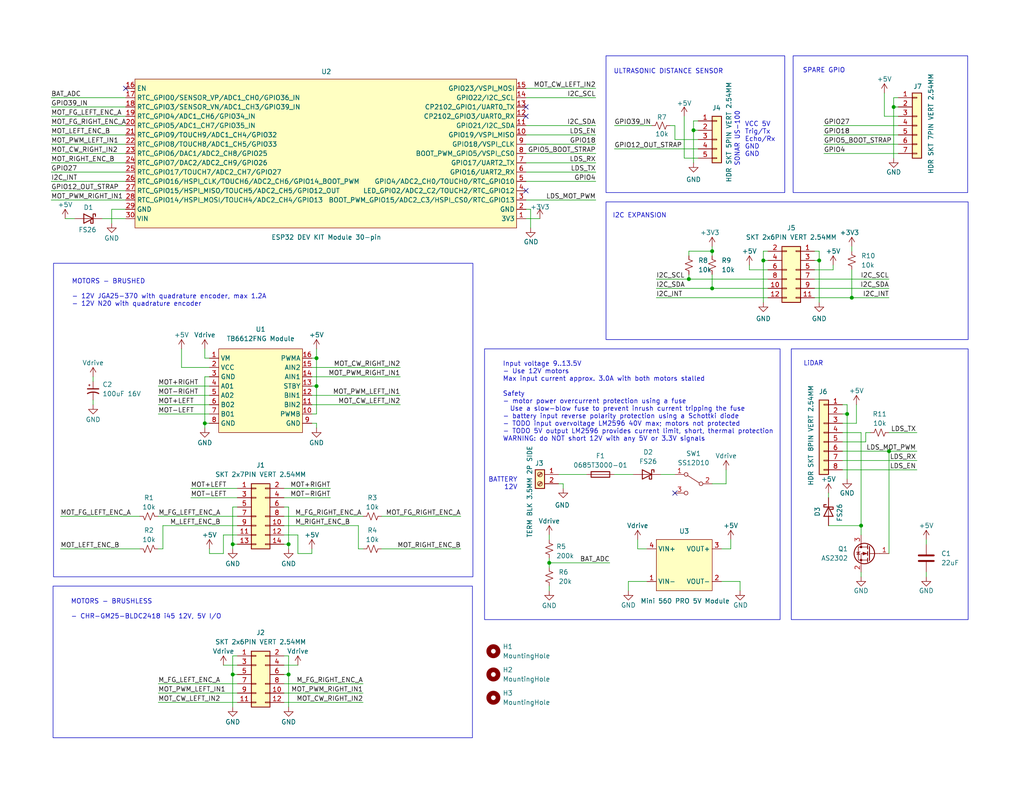
<source format=kicad_sch>
(kicad_sch (version 20230121) (generator eeschema)
  (paper "USLetter")
  (title_block (title "ESP32 Combined") (date "2024-03-29") (rev "0.1.0") (company "makerspet.com"))
  (lib_symbols
    (symbol "Device:C" (pin_numbers hide) (pin_names (offset 0.254))
      (property "Reference" "C" (at 0.635 2.54 0))
      (property "Value" "C" (at 0.635 -2.54 0))
      (symbol "C_1_1"
        (pin passive line (at 0 3.81 270) (length 2.794) (name "~") (number "1"))
        (pin passive line (at 0 -3.81 90) (length 2.794) (name "~") (number "2"))
      )
    )
    (symbol "Device:C_Polarized_Small_US" (pin_numbers hide) (pin_names (offset 0.254) hide)
      (property "Reference" "C" (at 0.254 1.778 0))
      (property "Value" "C_Polarized_Small_US" (at 0.254 -2.032 0))
      (symbol "C_Polarized_Small_US_1_1"
        (pin passive line (at 0 2.54 270) (length 2.032) (name "~") (number "1"))
        (pin passive line (at 0 -2.54 90) (length 2.032) (name "~") (number "2"))
      )
    )
    (symbol "Device:D_Schottky" (pin_numbers hide) (pin_names (offset 1.016) hide)
      (property "Reference" "D" (at 0 2.54 0))
      (property "Value" "D_Schottky" (at 0 -2.54 0))
      (symbol "D_Schottky_1_1"
        (pin passive line (at -3.81 0 0) (length 2.54) (name "K") (number "1"))
        (pin passive line (at 3.81 0 180) (length 2.54) (name "A") (number "2"))
      )
    )
    (symbol "Device:Fuse" (pin_numbers hide) (pin_names (offset 0))
      (property "Reference" "F" (at 2.032 0 90))
      (property "Value" "Fuse" (at -1.905 0 90))
      (symbol "Fuse_1_1"
        (pin passive line (at 0 3.81 270) (length 1.27) (name "~") (number "1"))
        (pin passive line (at 0 -3.81 90) (length 1.27) (name "~") (number "2"))
      )
    )
    (symbol "Device:R_Small_US" (pin_numbers hide) (pin_names (offset 0.254) hide)
      (property "Reference" "R" (at 0.762 0.508 0))
      (property "Value" "R_Small_US" (at 0.762 -1.016 0))
      (symbol "R_Small_US_1_1"
        (pin passive line (at 0 2.54 270) (length 1.016) (name "~") (number "1"))
        (pin passive line (at 0 -2.54 90) (length 1.016) (name "~") (number "2"))
      )
    )
    (symbol "Makerspet:Conn_01x05_Key2" (pin_names (offset 1.016) hide)
      (property "Reference" "J" (at 0 7.62 0))
      (property "Value" "Conn_01x05_Key2" (at 0 -7.62 0))
      (symbol "Conn_01x05_Key2_1_1"
        (pin passive line (at -5.08 5.08 0) (length 3.81) (name "Pin_1") (number "1"))
        (pin passive line (at -5.08 2.54 0) (length 3.81) (name "Pin_2") (number "2"))
        (pin passive line (at -5.08 0 0) (length 3.81) (name "Pin_3") (number "3"))
        (pin passive line (at -5.08 -2.54 0) (length 3.81) (name "Pin_4") (number "4"))
        (pin passive line (at -5.08 -5.08 0) (length 3.81) (name "Pin_5") (number "5"))
      )
    )
    (symbol "Makerspet:Conn_01x07_Key2" (pin_names (offset 1.016) hide)
      (property "Reference" "J" (at 0 10.16 0))
      (property "Value" "Conn_01x07_Key2" (at 0 -10.16 0))
      (symbol "Conn_01x07_Key2_1_1"
        (pin passive line (at -5.08 7.62 0) (length 3.81) (name "Pin_1") (number "1"))
        (pin passive line (at -5.08 5.08 0) (length 3.81) (name "Pin_2") (number "2"))
        (pin passive line (at -5.08 2.54 0) (length 3.81) (name "Pin_3") (number "3"))
        (pin passive line (at -5.08 0 0) (length 3.81) (name "Pin_4") (number "4"))
        (pin passive line (at -5.08 -2.54 0) (length 3.81) (name "Pin_5") (number "5"))
        (pin passive line (at -5.08 -5.08 0) (length 3.81) (name "Pin_6") (number "6"))
        (pin passive line (at -5.08 -7.62 0) (length 3.81) (name "Pin_7") (number "7"))
      )
    )
    (symbol "Makerspet:Conn_01x08_Key2" (pin_names (offset 1.016) hide)
      (property "Reference" "J" (at 0 10.16 0))
      (property "Value" "Conn_01x08_Key2" (at 0 -12.7 0))
      (symbol "Conn_01x08_Key2_1_1"
        (pin passive line (at -5.08 7.62 0) (length 3.81) (name "Pin_1") (number "1"))
        (pin passive line (at -5.08 5.08 0) (length 3.81) (name "Pin_2") (number "2"))
        (pin passive line (at -5.08 2.54 0) (length 3.81) (name "Pin_3") (number "3"))
        (pin passive line (at -5.08 0 0) (length 3.81) (name "Pin_4") (number "4"))
        (pin passive line (at -5.08 -2.54 0) (length 3.81) (name "Pin_5") (number "5"))
        (pin passive line (at -5.08 -5.08 0) (length 3.81) (name "Pin_6") (number "6"))
        (pin passive line (at -5.08 -7.62 0) (length 3.81) (name "Pin_7") (number "7"))
        (pin passive line (at -5.08 -10.16 0) (length 3.81) (name "Pin_8") (number "8"))
      )
    )
    (symbol "Makerspet:Conn_02x06_Odd_Even_Key2" (pin_names (offset 1.016) hide)
      (property "Reference" "J" (at 1.27 7.62 0))
      (property "Value" "Conn_02x06_Odd_Even_Key2" (at 1.27 -10.16 0))
      (symbol "Conn_02x06_Odd_Even_Key2_1_1"
        (pin passive line (at -5.08 5.08 0) (length 3.81) (name "Pin_1") (number "1"))
        (pin passive line (at 7.62 -5.08 180) (length 3.81) (name "Pin_10") (number "10"))
        (pin passive line (at -5.08 -7.62 0) (length 3.81) (name "Pin_11") (number "11"))
        (pin passive line (at 7.62 -7.62 180) (length 3.81) (name "Pin_12") (number "12"))
        (pin passive line (at 7.62 5.08 180) (length 3.81) (name "Pin_2") (number "2"))
        (pin passive line (at -5.08 2.54 0) (length 3.81) (name "Pin_3") (number "3"))
        (pin passive line (at 7.62 2.54 180) (length 3.81) (name "Pin_4") (number "4"))
        (pin passive line (at -5.08 0 0) (length 3.81) (name "Pin_5") (number "5"))
        (pin passive line (at 7.62 0 180) (length 3.81) (name "Pin_6") (number "6"))
        (pin passive line (at -5.08 -2.54 0) (length 3.81) (name "Pin_7") (number "7"))
        (pin passive line (at 7.62 -2.54 180) (length 3.81) (name "Pin_8") (number "8"))
        (pin passive line (at -5.08 -5.08 0) (length 3.81) (name "Pin_9") (number "9"))
      )
    )
    (symbol "Makerspet:Conn_02x06_Odd_Even_Key3" (pin_names (offset 1.016) hide)
      (property "Reference" "J" (at 1.27 7.62 0))
      (property "Value" "Conn_02x06_Odd_Even_Key3" (at 1.27 -10.16 0))
      (symbol "Conn_02x06_Odd_Even_Key3_1_1"
        (pin passive line (at -5.08 5.08 0) (length 3.81) (name "Pin_1") (number "1"))
        (pin passive line (at 7.62 -5.08 180) (length 3.81) (name "Pin_10") (number "10"))
        (pin passive line (at -5.08 -7.62 0) (length 3.81) (name "Pin_11") (number "11"))
        (pin passive line (at 7.62 -7.62 180) (length 3.81) (name "Pin_12") (number "12"))
        (pin passive line (at 7.62 5.08 180) (length 3.81) (name "Pin_2") (number "2"))
        (pin passive line (at -5.08 2.54 0) (length 3.81) (name "Pin_3") (number "3"))
        (pin passive line (at 7.62 2.54 180) (length 3.81) (name "Pin_4") (number "4"))
        (pin passive line (at -5.08 0 0) (length 3.81) (name "Pin_5") (number "5"))
        (pin passive line (at 7.62 0 180) (length 3.81) (name "Pin_6") (number "6"))
        (pin passive line (at -5.08 -2.54 0) (length 3.81) (name "Pin_7") (number "7"))
        (pin passive line (at 7.62 -2.54 180) (length 3.81) (name "Pin_8") (number "8"))
        (pin passive line (at -5.08 -5.08 0) (length 3.81) (name "Pin_9") (number "9"))
      )
    )
    (symbol "Makerspet:Conn_02x07_Odd_Even_Key3" (pin_names (offset 1.016) hide)
      (property "Reference" "J" (at 1.27 10.16 0))
      (property "Value" "Conn_02x07_Odd_Even_Key3" (at 1.27 -10.16 0))
      (symbol "Conn_02x07_Odd_Even_Key3_1_1"
        (pin passive line (at -5.08 7.62 0) (length 3.81) (name "Pin_1") (number "1"))
        (pin passive line (at 7.62 -2.54 180) (length 3.81) (name "Pin_10") (number "10"))
        (pin passive line (at -5.08 -5.08 0) (length 3.81) (name "Pin_11") (number "11"))
        (pin passive line (at 7.62 -5.08 180) (length 3.81) (name "Pin_12") (number "12"))
        (pin passive line (at -5.08 -7.62 0) (length 3.81) (name "Pin_13") (number "13"))
        (pin passive line (at 7.62 -7.62 180) (length 3.81) (name "Pin_14") (number "14"))
        (pin passive line (at 7.62 7.62 180) (length 3.81) (name "Pin_2") (number "2"))
        (pin passive line (at -5.08 5.08 0) (length 3.81) (name "Pin_3") (number "3"))
        (pin passive line (at 7.62 5.08 180) (length 3.81) (name "Pin_4") (number "4"))
        (pin passive line (at -5.08 2.54 0) (length 3.81) (name "Pin_5") (number "5"))
        (pin passive line (at 7.62 2.54 180) (length 3.81) (name "Pin_6") (number "6"))
        (pin passive line (at -5.08 0 0) (length 3.81) (name "Pin_7") (number "7"))
        (pin passive line (at 7.62 0 180) (length 3.81) (name "Pin_8") (number "8"))
        (pin passive line (at -5.08 -2.54 0) (length 3.81) (name "Pin_9") (number "9"))
      )
    )
    (symbol "Makerspet:ESP32-DOIT-V1"
      (property "Reference" "U1" (at -1.27 21.59 0))
      (property "Value" "ESP32 DEV KIT DOIT 30-pin" (at -1.27 24.13 0))
      (symbol "ESP32-DOIT-V1_1_1"
        (pin power_out line (at 53.34 -17.78 180) (length 2.54) (name "3V3") (number "1"))
        (pin bidirectional line (at 53.34 5.08 180) (length 2.54) (name "GPIO19/VSPI_MISO") (number "10"))
        (pin bidirectional line (at 53.34 7.62 180) (length 2.54) (name "GPIO21/I2C_SDA") (number "11"))
        (pin bidirectional line (at 53.34 10.16 180) (length 2.54) (name "CP2102_GPIO3/UART0_RX") (number "12"))
        (pin bidirectional line (at 53.34 12.7 180) (length 2.54) (name "CP2102_GPIO1/UART0_TX") (number "13"))
        (pin bidirectional line (at 53.34 15.24 180) (length 2.54) (name "GPIO22/I2C_SCL") (number "14"))
        (pin bidirectional line (at 53.34 17.78 180) (length 2.54) (name "GPIO23/VSPI_MOSI") (number "15"))
        (pin bidirectional line (at -55.88 17.78 0) (length 2.54) (name "EN") (number "16"))
        (pin bidirectional line (at -55.88 15.24 0) (length 2.54) (name "RTC_GPIO0/SENSOR_VP/ADC1_CH0/GPIO36_IN") (number "17"))
        (pin bidirectional line (at -55.88 12.7 0) (length 2.54) (name "RTC_GPIO3/SENSOR_VN/ADC1_CH3/GPIO39_IN") (number "18"))
        (pin bidirectional line (at -55.88 10.16 0) (length 2.54) (name "RTC_GPIO4/ADC1_CH6/GPIO34_IN") (number "19"))
        (pin passive line (at 53.34 -15.24 180) (length 2.54) (name "GND") (number "2"))
        (pin bidirectional line (at -55.88 7.62 0) (length 2.54) (name "RTC_GPIO5/ADC1_CH7/GPIO35_IN") (number "20"))
        (pin bidirectional line (at -55.88 5.08 0) (length 2.54) (name "RTC_GPIO9/TOUCH9/ADC1_CH4/GPIO32") (number "21"))
        (pin bidirectional line (at -55.88 2.54 0) (length 2.54) (name "RTC_GPIO8/TOUCH8/ADC1_CH5/GPIO33") (number "22"))
        (pin bidirectional line (at -55.88 0 0) (length 2.54) (name "RTC_GPIO6/DAC1/ADC2_CH8/GPIO25") (number "23"))
        (pin bidirectional line (at -55.88 -2.54 0) (length 2.54) (name "RTC_GPIO7/DAC2/ADC2_CH9/GPIO26") (number "24"))
        (pin bidirectional line (at -55.88 -5.08 0) (length 2.54) (name "RTC_GPIO17/TOUCH7/ADC2_CH7/GPIO27") (number "25"))
        (pin bidirectional line (at -55.88 -7.62 0) (length 2.54) (name "RTC_GPIO16/HSPI_CLK/TOUCH6/ADC2_CH6/GPIO14_BOOT_PWM") (number "26"))
        (pin bidirectional line (at -55.88 -10.16 0) (length 2.54) (name "RTC_GPIO15/HSPI_MISO/TOUCH5/ADC2_CH5/GPIO12_OUT") (number "27"))
        (pin bidirectional line (at -55.88 -12.7 0) (length 2.54) (name "RTC_GPIO14/HSPI_MOSI/TOUCH4/ADC2_CH4/GPIO13") (number "28"))
        (pin passive line (at -55.88 -15.24 0) (length 2.54) (name "GND") (number "29"))
        (pin bidirectional line (at 53.34 -12.7 180) (length 2.54) (name "BOOT_PWM_GPIO15/ADC2_C3/HSPI_CS0/RTC_GPIO13") (number "3"))
        (pin power_in line (at -55.88 -17.78 0) (length 2.54) (name "VIN") (number "30"))
        (pin bidirectional line (at 53.34 -10.16 180) (length 2.54) (name "LED_GPIO2/ADC2_C2/TOUCH2/RTC_GPIO12") (number "4"))
        (pin bidirectional line (at 53.34 -7.62 180) (length 2.54) (name "GPIO4/ADC2_CH0/TOUCH0/RTC_GPIO10") (number "5"))
        (pin bidirectional line (at 53.34 -5.08 180) (length 2.54) (name "GPIO16/UART2_RX") (number "6"))
        (pin bidirectional line (at 53.34 -2.54 180) (length 2.54) (name "GPIO17/UART2_TX") (number "7"))
        (pin bidirectional line (at 53.34 0 180) (length 2.54) (name "BOOT_PWM_GPIO5/VSPI_CS0") (number "8"))
        (pin bidirectional line (at 53.34 2.54 180) (length 2.54) (name "GPIO18/VSPI_CLK") (number "9"))
      )
    )
    (symbol "Makerspet:LM2596 Module"
      (property "Reference" "U" (at 0 -1.27 0))
      (symbol "LM2596 Module_1_1"
        (pin passive line (at -10.16 -13.97 0) (length 2.54) (name "VIN-") (number "1"))
        (pin passive line (at 10.16 -13.97 180) (length 2.54) (name "VOUT-") (number "2"))
        (pin power_out line (at 10.16 -5.08 180) (length 2.54) (name "VOUT+") (number "3"))
        (pin power_in line (at -10.16 -5.08 0) (length 2.54) (name "VIN+") (number "4"))
      )
    )
    (symbol "Makerspet:Screw_Terminal_01x02" (pin_names (offset 1.016) hide)
      (property "Reference" "J" (at 0 2.54 0))
      (property "Value" "Screw_Terminal_01x02" (at 0 -5.08 0))
      (symbol "Screw_Terminal_01x02_1_1"
        (pin power_out line (at -5.08 0 0) (length 3.81) (name "Pin_1") (number "1"))
        (pin power_out line (at -5.08 -2.54 0) (length 3.81) (name "Pin_2") (number "2"))
      )
    )
    (symbol "Makerspet:TB6612FNG Module"
      (property "Reference" "U?" (at -1.27 13.97 0))
      (property "Value" "TB6612FNG Module" (at -1.27 16.51 0))
      (symbol "TB6612FNG Module_1_1"
        (pin power_in line (at -13.97 8.89 0) (length 2.54) (name "VM") (number "1"))
        (pin input line (at 13.97 -6.35 180) (length 2.54) (name "PWMB") (number "10"))
        (pin input line (at 13.97 -3.81 180) (length 2.54) (name "BIN2") (number "11"))
        (pin input line (at 13.97 -1.27 180) (length 2.54) (name "BIN1") (number "12"))
        (pin input line (at 13.97 1.27 180) (length 2.54) (name "STBY") (number "13"))
        (pin input line (at 13.97 3.81 180) (length 2.54) (name "AIN1") (number "14"))
        (pin input line (at 13.97 6.35 180) (length 2.54) (name "AIN2") (number "15"))
        (pin input line (at 13.97 8.89 180) (length 2.54) (name "PWMA") (number "16"))
        (pin power_in line (at -13.97 6.35 0) (length 2.54) (name "VCC") (number "2"))
        (pin passive line (at -13.97 3.81 0) (length 2.54) (name "GND") (number "3"))
        (pin passive line (at -13.97 1.27 0) (length 2.54) (name "A01") (number "4"))
        (pin passive line (at -13.97 -1.27 0) (length 2.54) (name "A02") (number "5"))
        (pin bidirectional line (at -13.97 -3.81 0) (length 2.54) (name "B02") (number "6"))
        (pin passive line (at -13.97 -6.35 0) (length 2.54) (name "B01") (number "7"))
        (pin passive line (at -13.97 -8.89 0) (length 2.54) (name "GND") (number "8"))
        (pin passive line (at 13.97 -8.89 180) (length 2.54) (name "GND") (number "9"))
      )
    )
    (symbol "Mechanical:MountingHole" (pin_names (offset 1.016))
      (property "Reference" "H" (at 0 5.08 0))
      (property "Value" "MountingHole" (at 0 3.175 0))
    )
    (symbol "Switch:SW_SPDT" (pin_names (offset 0) hide)
      (property "Reference" "SW" (at 0 4.318 0))
      (property "Value" "SW_SPDT" (at 0 -5.08 0))
      (symbol "SW_SPDT_1_1"
        (pin passive line (at 5.08 2.54 180) (length 2.54) (name "A") (number "1"))
        (pin passive line (at -5.08 0 0) (length 2.54) (name "B") (number "2"))
        (pin passive line (at 5.08 -2.54 180) (length 2.54) (name "C") (number "3"))
      )
    )
    (symbol "Transistor_FET:BSS123" (pin_names hide)
      (property "Reference" "Q" (at 5.08 1.905 0))
      (property "Value" "BSS123" (at 5.08 0 0))
      (symbol "BSS123_1_1"
        (pin input line (at -5.08 0 0) (length 2.54) (name "G") (number "1"))
        (pin passive line (at 2.54 -5.08 90) (length 2.54) (name "S") (number "2"))
        (pin passive line (at 2.54 5.08 270) (length 2.54) (name "D") (number "3"))
      )
    )
    (symbol "power:+3V3" (power) (pin_names (offset 0))
      (property "Value" "+3V3" (at 0 3.556 0))
      (symbol "+3V3_1_1"
        (pin power_in line (at 0 0 90) (length 0) hide (name "+3V3") (number "1"))
      )
    )
    (symbol "power:+5V" (power) (pin_names (offset 0))
      (property "Value" "+5V" (at 0 3.556 0))
      (symbol "+5V_1_1"
        (pin power_in line (at 0 0 90) (length 0) hide (name "+5V") (number "1"))
      )
    )
    (symbol "power:GND" (power) (pin_names (offset 0))
      (property "Value" "GND" (at 0 -3.81 0))
      (symbol "GND_1_1"
        (pin power_in line (at 0 0 270) (length 0) hide (name "GND") (number "1"))
      )
    )
    (symbol "power:Vdrive" (power) (pin_names (offset 0))
      (property "Value" "Vdrive" (at 0 3.81 0))
      (symbol "Vdrive_1_1"
        (pin power_in line (at 0 0 90) (length 0) hide (name "Vdrive") (number "1"))
      )
    )
  )
  (junction (at 223.52 71.12))
  (junction (at 189.23 35.56))
  (junction (at 234.95 143.51))
  (junction (at 86.36 105.41))
  (junction (at 194.31 68.58))
  (junction (at 194.31 78.74))
  (junction (at 149.86 153.67))
  (junction (at 232.41 81.28))
  (junction (at 63.5 148.59))
  (junction (at 231.14 113.03))
  (junction (at 78.74 184.15))
  (junction (at 63.5 184.15))
  (junction (at 86.36 97.79))
  (junction (at 187.96 76.2))
  (junction (at 208.28 71.12))
  (junction (at 55.88 115.57))
  (junction (at 78.74 148.59))
  (junction (at 243.84 29.21))
  (junction (at 242.57 123.19))
  (no_connect (at 34.29 24.13))
  (no_connect (at 143.51 31.75))
  (no_connect (at 143.51 29.21))
  (no_connect (at 143.51 52.07))
  (no_connect (at 184.15 134.62))
  (wire (pts (xy 143.51 39.37) (xy 162.56 39.37)))
  (wire (pts (xy 224.79 41.91) (xy 245.11 41.91)))
  (wire (pts (xy 243.84 26.67) (xy 243.84 29.21)))
  (wire (pts (xy 86.36 115.57) (xy 86.36 116.84)))
  (wire (pts (xy 208.28 68.58) (xy 208.28 71.12)))
  (wire (pts (xy 149.86 146.05) (xy 149.86 147.32)))
  (wire (pts (xy 229.87 110.49) (xy 231.14 110.49)))
  (wire (pts (xy 208.28 71.12) (xy 209.55 71.12)))
  (wire (pts (xy 236.22 118.11) (xy 237.49 118.11)))
  (wire (pts (xy 27.94 59.69) (xy 34.29 59.69)))
  (wire (pts (xy 229.87 115.57) (xy 233.68 115.57)))
  (wire (pts (xy 144.78 57.15) (xy 144.78 62.23)))
  (wire (pts (xy 143.51 49.53) (xy 162.56 49.53)))
  (wire (pts (xy 229.87 123.19) (xy 242.57 123.19)))
  (wire (pts (xy 85.09 151.13) (xy 85.09 149.86)))
  (wire (pts (xy 85.09 102.87) (xy 109.22 102.87)))
  (wire (pts (xy 173.99 149.86) (xy 176.53 149.86)))
  (wire (pts (xy 78.74 148.59) (xy 77.47 148.59)))
  (wire (pts (xy 77.47 133.35) (xy 90.17 133.35)))
  (wire (pts (xy 85.09 115.57) (xy 86.36 115.57)))
  (wire (pts (xy 78.74 138.43) (xy 78.74 148.59)))
  (wire (pts (xy 149.86 153.67) (xy 149.86 154.94)))
  (wire (pts (xy 234.95 156.21) (xy 234.95 157.48)))
  (wire (pts (xy 232.41 67.31) (xy 232.41 68.58)))
  (wire (pts (xy 99.06 186.69) (xy 77.47 186.69)))
  (wire (pts (xy 63.5 148.59) (xy 64.77 148.59)))
  (wire (pts (xy 99.06 189.23) (xy 77.47 189.23)))
  (wire (pts (xy 229.87 128.27) (xy 250.19 128.27)))
  (wire (pts (xy 43.18 189.23) (xy 64.77 189.23)))
  (wire (pts (xy 63.5 179.07) (xy 63.5 184.15)))
  (wire (pts (xy 231.14 110.49) (xy 231.14 113.03)))
  (wire (pts (xy 179.07 78.74) (xy 194.31 78.74)))
  (wire (pts (xy 149.86 160.02) (xy 149.86 161.29)))
  (wire (pts (xy 143.51 26.67) (xy 162.56 26.67)))
  (wire (pts (xy 222.25 81.28) (xy 232.41 81.28)))
  (wire (pts (xy 184.15 38.1) (xy 190.5 38.1)))
  (wire (pts (xy 13.97 41.91) (xy 34.29 41.91)))
  (wire (pts (xy 86.36 95.25) (xy 86.36 97.79)))
  (wire (pts (xy 204.47 72.39) (xy 204.47 73.66)))
  (wire (pts (xy 143.51 44.45) (xy 162.56 44.45)))
  (wire (pts (xy 198.12 128.27) (xy 198.12 132.08)))
  (wire (pts (xy 222.25 78.74) (xy 242.57 78.74)))
  (wire (pts (xy 167.64 34.29) (xy 177.8 34.29)))
  (wire (pts (xy 153.67 132.08) (xy 153.67 133.35)))
  (wire (pts (xy 13.97 31.75) (xy 34.29 31.75)))
  (wire (pts (xy 16.51 149.86) (xy 38.1 149.86)))
  (wire (pts (xy 55.88 102.87) (xy 55.88 115.57)))
  (wire (pts (xy 63.5 138.43) (xy 64.77 138.43)))
  (wire (pts (xy 63.5 184.15) (xy 64.77 184.15)))
  (wire (pts (xy 85.09 110.49) (xy 109.22 110.49)))
  (wire (pts (xy 252.73 147.32) (xy 252.73 148.59)))
  (wire (pts (xy 190.5 33.02) (xy 189.23 33.02)))
  (wire (pts (xy 227.33 72.39) (xy 227.33 73.66)))
  (wire (pts (xy 234.95 118.11) (xy 234.95 143.51)))
  (wire (pts (xy 242.57 123.19) (xy 242.57 151.13)))
  (wire (pts (xy 63.5 149.86) (xy 63.5 148.59)))
  (wire (pts (xy 86.36 105.41) (xy 86.36 97.79)))
  (wire (pts (xy 43.18 191.77) (xy 64.77 191.77)))
  (wire (pts (xy 44.45 143.51) (xy 64.77 143.51)))
  (wire (pts (xy 171.45 158.75) (xy 176.53 158.75)))
  (wire (pts (xy 241.3 25.4) (xy 241.3 31.75)))
  (wire (pts (xy 152.4 132.08) (xy 153.67 132.08)))
  (wire (pts (xy 229.87 125.73) (xy 250.19 125.73)))
  (wire (pts (xy 149.86 152.4) (xy 149.86 153.67)))
  (wire (pts (xy 187.96 76.2) (xy 209.55 76.2)))
  (wire (pts (xy 143.51 46.99) (xy 162.56 46.99)))
  (wire (pts (xy 194.31 74.93) (xy 194.31 78.74)))
  (wire (pts (xy 189.23 35.56) (xy 189.23 44.45)))
  (wire (pts (xy 171.45 161.29) (xy 171.45 158.75)))
  (wire (pts (xy 229.87 120.65) (xy 236.22 120.65)))
  (wire (pts (xy 43.18 113.03) (xy 57.15 113.03)))
  (wire (pts (xy 57.15 151.13) (xy 57.15 149.86)))
  (wire (pts (xy 13.97 36.83) (xy 34.29 36.83)))
  (wire (pts (xy 201.93 161.29) (xy 201.93 158.75)))
  (wire (pts (xy 190.5 43.18) (xy 186.69 43.18)))
  (wire (pts (xy 245.11 26.67) (xy 243.84 26.67)))
  (wire (pts (xy 34.29 57.15) (xy 30.48 57.15)))
  (wire (pts (xy 231.14 130.81) (xy 231.14 113.03)))
  (wire (pts (xy 57.15 102.87) (xy 55.88 102.87)))
  (wire (pts (xy 13.97 34.29) (xy 34.29 34.29)))
  (wire (pts (xy 52.07 133.35) (xy 64.77 133.35)))
  (wire (pts (xy 13.97 52.07) (xy 34.29 52.07)))
  (wire (pts (xy 209.55 68.58) (xy 208.28 68.58)))
  (wire (pts (xy 43.18 186.69) (xy 64.77 186.69)))
  (wire (pts (xy 223.52 68.58) (xy 223.52 71.12)))
  (wire (pts (xy 25.4 102.87) (xy 25.4 104.14)))
  (wire (pts (xy 97.79 143.51) (xy 97.79 149.86)))
  (wire (pts (xy 179.07 76.2) (xy 187.96 76.2)))
  (wire (pts (xy 77.47 143.51) (xy 97.79 143.51)))
  (wire (pts (xy 57.15 97.79) (xy 55.88 97.79)))
  (wire (pts (xy 43.18 110.49) (xy 57.15 110.49)))
  (wire (pts (xy 209.55 73.66) (xy 204.47 73.66)))
  (wire (pts (xy 189.23 35.56) (xy 190.5 35.56)))
  (wire (pts (xy 55.88 115.57) (xy 55.88 116.84)))
  (wire (pts (xy 194.31 78.74) (xy 209.55 78.74)))
  (wire (pts (xy 85.09 113.03) (xy 86.36 113.03)))
  (wire (pts (xy 81.28 151.13) (xy 85.09 151.13)))
  (wire (pts (xy 194.31 67.31) (xy 194.31 68.58)))
  (wire (pts (xy 77.47 138.43) (xy 78.74 138.43)))
  (wire (pts (xy 236.22 120.65) (xy 236.22 118.11)))
  (wire (pts (xy 232.41 81.28) (xy 242.57 81.28)))
  (wire (pts (xy 189.23 33.02) (xy 189.23 35.56)))
  (wire (pts (xy 143.51 41.91) (xy 162.56 41.91)))
  (wire (pts (xy 77.47 146.05) (xy 81.28 146.05)))
  (wire (pts (xy 43.18 107.95) (xy 57.15 107.95)))
  (wire (pts (xy 184.15 34.29) (xy 184.15 38.1)))
  (wire (pts (xy 243.84 29.21) (xy 245.11 29.21)))
  (wire (pts (xy 229.87 118.11) (xy 234.95 118.11)))
  (wire (pts (xy 63.5 184.15) (xy 63.5 193.04)))
  (wire (pts (xy 143.51 36.83) (xy 162.56 36.83)))
  (wire (pts (xy 143.51 54.61) (xy 162.56 54.61)))
  (wire (pts (xy 55.88 97.79) (xy 55.88 95.25)))
  (wire (pts (xy 232.41 73.66) (xy 232.41 81.28)))
  (wire (pts (xy 81.28 146.05) (xy 81.28 151.13)))
  (wire (pts (xy 186.69 43.18) (xy 186.69 31.75)))
  (wire (pts (xy 187.96 69.85) (xy 187.96 68.58)))
  (wire (pts (xy 222.25 71.12) (xy 223.52 71.12)))
  (wire (pts (xy 77.47 179.07) (xy 78.74 179.07)))
  (wire (pts (xy 85.09 107.95) (xy 109.22 107.95)))
  (wire (pts (xy 194.31 68.58) (xy 194.31 69.85)))
  (wire (pts (xy 25.4 109.22) (xy 25.4 110.49)))
  (wire (pts (xy 208.28 71.12) (xy 208.28 82.55)))
  (wire (pts (xy 86.36 113.03) (xy 86.36 105.41)))
  (wire (pts (xy 77.47 184.15) (xy 78.74 184.15)))
  (wire (pts (xy 55.88 115.57) (xy 57.15 115.57)))
  (wire (pts (xy 43.18 105.41) (xy 57.15 105.41)))
  (wire (pts (xy 64.77 179.07) (xy 63.5 179.07)))
  (wire (pts (xy 13.97 54.61) (xy 34.29 54.61)))
  (wire (pts (xy 81.28 181.61) (xy 77.47 181.61)))
  (wire (pts (xy 167.64 129.54) (xy 172.72 129.54)))
  (wire (pts (xy 167.64 40.64) (xy 190.5 40.64)))
  (wire (pts (xy 231.14 113.03) (xy 229.87 113.03)))
  (wire (pts (xy 57.15 100.33) (xy 49.53 100.33)))
  (wire (pts (xy 86.36 97.79) (xy 85.09 97.79)))
  (wire (pts (xy 180.34 129.54) (xy 184.15 129.54)))
  (wire (pts (xy 242.57 118.11) (xy 250.19 118.11)))
  (wire (pts (xy 143.51 24.13) (xy 162.56 24.13)))
  (wire (pts (xy 222.25 68.58) (xy 223.52 68.58)))
  (wire (pts (xy 60.96 181.61) (xy 64.77 181.61)))
  (wire (pts (xy 52.07 135.89) (xy 64.77 135.89)))
  (wire (pts (xy 179.07 81.28) (xy 209.55 81.28)))
  (wire (pts (xy 182.88 34.29) (xy 184.15 34.29)))
  (wire (pts (xy 77.47 135.89) (xy 90.17 135.89)))
  (wire (pts (xy 13.97 46.99) (xy 34.29 46.99)))
  (wire (pts (xy 196.85 149.86) (xy 199.39 149.86)))
  (wire (pts (xy 233.68 115.57) (xy 233.68 110.49)))
  (wire (pts (xy 243.84 29.21) (xy 243.84 43.18)))
  (wire (pts (xy 143.51 57.15) (xy 144.78 57.15)))
  (wire (pts (xy 242.57 123.19) (xy 250.19 123.19)))
  (wire (pts (xy 77.47 140.97) (xy 99.06 140.97)))
  (wire (pts (xy 196.85 158.75) (xy 201.93 158.75)))
  (wire (pts (xy 143.51 34.29) (xy 162.56 34.29)))
  (wire (pts (xy 224.79 36.83) (xy 245.11 36.83)))
  (wire (pts (xy 78.74 149.86) (xy 78.74 148.59)))
  (wire (pts (xy 13.97 39.37) (xy 34.29 39.37)))
  (wire (pts (xy 97.79 149.86) (xy 99.06 149.86)))
  (wire (pts (xy 226.06 143.51) (xy 234.95 143.51)))
  (wire (pts (xy 152.4 129.54) (xy 160.02 129.54)))
  (wire (pts (xy 17.78 59.69) (xy 20.32 59.69)))
  (wire (pts (xy 226.06 134.62) (xy 226.06 135.89)))
  (wire (pts (xy 60.96 151.13) (xy 57.15 151.13)))
  (wire (pts (xy 173.99 147.32) (xy 173.99 149.86)))
  (wire (pts (xy 99.06 191.77) (xy 77.47 191.77)))
  (wire (pts (xy 13.97 26.67) (xy 34.29 26.67)))
  (wire (pts (xy 187.96 68.58) (xy 194.31 68.58)))
  (wire (pts (xy 64.77 146.05) (xy 60.96 146.05)))
  (wire (pts (xy 223.52 71.12) (xy 223.52 82.55)))
  (wire (pts (xy 13.97 29.21) (xy 34.29 29.21)))
  (wire (pts (xy 104.14 149.86) (xy 125.73 149.86)))
  (wire (pts (xy 241.3 31.75) (xy 245.11 31.75)))
  (wire (pts (xy 104.14 140.97) (xy 125.73 140.97)))
  (wire (pts (xy 222.25 73.66) (xy 227.33 73.66)))
  (wire (pts (xy 85.09 100.33) (xy 109.22 100.33)))
  (wire (pts (xy 149.86 153.67) (xy 166.37 153.67)))
  (wire (pts (xy 252.73 156.21) (xy 252.73 157.48)))
  (wire (pts (xy 85.09 105.41) (xy 86.36 105.41)))
  (wire (pts (xy 224.79 39.37) (xy 245.11 39.37)))
  (wire (pts (xy 43.18 140.97) (xy 64.77 140.97)))
  (wire (pts (xy 78.74 184.15) (xy 78.74 193.04)))
  (wire (pts (xy 234.95 143.51) (xy 234.95 146.05)))
  (wire (pts (xy 49.53 100.33) (xy 49.53 95.25)))
  (wire (pts (xy 198.12 132.08) (xy 194.31 132.08)))
  (wire (pts (xy 224.79 34.29) (xy 245.11 34.29)))
  (wire (pts (xy 63.5 148.59) (xy 63.5 138.43)))
  (wire (pts (xy 44.45 143.51) (xy 44.45 149.86)))
  (wire (pts (xy 78.74 179.07) (xy 78.74 184.15)))
  (wire (pts (xy 60.96 146.05) (xy 60.96 151.13)))
  (wire (pts (xy 222.25 76.2) (xy 242.57 76.2)))
  (wire (pts (xy 30.48 57.15) (xy 30.48 60.96)))
  (wire (pts (xy 143.51 59.69) (xy 147.32 59.69)))
  (wire (pts (xy 13.97 49.53) (xy 34.29 49.53)))
  (wire (pts (xy 44.45 149.86) (xy 43.18 149.86)))
  (wire (pts (xy 13.97 44.45) (xy 34.29 44.45)))
  (wire (pts (xy 199.39 147.32) (xy 199.39 149.86)))
  (wire (pts (xy 187.96 74.93) (xy 187.96 76.2)))
  (wire (pts (xy 38.1 140.97) (xy 16.51 140.97)))
  (rectangle (start 14.478 160.02) (end 128.905 201.422))
  (rectangle (start 14.605 71.882) (end 129.032 157.48))
  (rectangle (start 165.354 55.118) (end 264.16 92.71))
  (rectangle (start 215.9 95.25) (end 264.16 169.164))
  (rectangle (start 132.207 95.25) (end 212.852 169.164))
  (rectangle (start 165.354 15.24) (end 214.122 52.578))
  (rectangle (start 216.408 15.24) (end 264.033 52.578))
  (text "SONAR US-100" (at 201.93 45.466 90) (effects (font (size 1.27 1.27)) (justify left bottom)))
  (text "VCC 5V\nTrig/Tx\nEcho/Rx\nGND\nGND\n" (at 203.2 42.926 0) (effects (font (size 1.27 1.27)) (justify left bottom)))
  (text "SPARE GPIO" (at 230.632 20.066 0) (effects (font (size 1.27 1.27)) (justify right bottom)))
  (text "MOTORS - BRUSHED\n\n- 12V JGA25-370 with quadrature encoder, max 1.2A\n- 12V N20 with quadrature encoder" (at 19.558 83.82 0) (effects (font (size 1.27 1.27)) (justify left bottom)))
  (text "ULTRASONIC DISTANCE SENSOR" (at 197.358 20.32 0) (effects (font (size 1.27 1.27)) (justify right bottom)))
  (text "I2C EXPANSION" (at 167.132 59.69 0) (effects (font (size 1.27 1.27)) (justify left bottom)))
  (text "Input voltage 9..13.5V\n- Use 12V motors\nMax input current approx. 3.0A with both motors stalled\n\nSafety\n- motor power overcurrent protection using a fuse\n  Use a slow-blow fuse to prevent inrush current tripping the fuse\n- battery input reverse polarity protection using a Schottki diode\n- TODO input overvoltage LM2596 40V max; motors not protected\n- TODO 5V output LM2596 provides current limit, short, thermal protection\nWARNING: do NOT short 12V with any 5V or 3.3V signals" (at 137.16 120.65 0) (effects (font (size 1.27 1.27)) (justify left bottom)))
  (text "MOTORS - BRUSHLESS\n\n- CHR-GM25-BLDC2418 i45 12V, 5V I/O" (at 19.304 169.164 0) (effects (font (size 1.27 1.27)) (justify left bottom)))
  (text "BATTERY\n12V" (at 141.224 133.858 0) (effects (font (size 1.27 1.27)) (justify right bottom)))
  (text "LiDAR" (at 219.202 100.076 0) (effects (font (size 1.27 1.27)) (justify left bottom)))
  (label "M_LEFT_ENC_B" (at 60.198 143.51 180))
  (label "MOT_FG_LEFT_ENC_A" (at 13.97 31.75 0))
  (label "MOT_RIGHT_ENC_B" (at 13.97 44.45 0))
  (label "MOT_FG_LEFT_ENC_A" (at 16.51 140.97 0))
  (label "GPIO12_OUT_STRAP" (at 167.64 40.64 0))
  (label "LDS_RX" (at 162.56 44.45 180))
  (label "BAT_ADC" (at 13.97 26.67 0))
  (label "M_FG_RIGHT_ENC_A" (at 80.518 140.97 0))
  (label "GPIO5_BOOT_STRAP" (at 162.56 41.91 180))
  (label "GPIO39_IN" (at 167.64 34.29 0))
  (label "MOT+LEFT" (at 43.18 110.49 0))
  (label "GPIO18" (at 162.56 39.37 180))
  (label "LDS_TX" (at 162.56 46.99 180))
  (label "MOT_CW_LEFT_IN2" (at 162.56 24.13 180))
  (label "MOT+LEFT" (at 52.07 133.35 0))
  (label "LDS_TX" (at 249.936 118.11 180))
  (label "I2C_SDA" (at 242.57 78.74 180))
  (label "MOT_PWM_RIGHT_IN1" (at 109.22 102.87 180))
  (label "MOT_LEFT_ENC_B" (at 16.51 149.86 0))
  (label "I2C_SDA" (at 162.56 34.29 180))
  (label "MOT-RIGHT" (at 90.17 135.89 180))
  (label "MOT-LEFT" (at 43.18 113.03 0))
  (label "BAT_ADC" (at 166.37 153.67 180))
  (label "M_FG_LEFT_ENC_A" (at 60.198 140.97 180))
  (label "MOT_RIGHT_ENC_B" (at 125.73 149.86 180))
  (label "LDS_EN" (at 249.936 128.27 180))
  (label "MOT-RIGHT" (at 43.18 107.95 0))
  (label "M_RIGHT_ENC_B" (at 80.518 143.51 0))
  (label "MOT_PWM_LEFT_IN1" (at 13.97 39.37 0))
  (label "MOT_CW_LEFT_IN2" (at 109.22 110.49 180))
  (label "LDS_EN" (at 162.56 36.83 180))
  (label "MOT+RIGHT" (at 43.18 105.41 0))
  (label "I2C_SCL" (at 242.57 76.2 180))
  (label "I2C_INT" (at 242.57 81.28 180))
  (label "MOT_FG_RIGHT_ENC_A" (at 125.73 140.97 180))
  (label "M_FG_LEFT_ENC_A" (at 43.18 186.69 0))
  (label "MOT_LEFT_ENC_B" (at 13.97 36.83 0))
  (label "M_FG_RIGHT_ENC_A" (at 99.06 186.69 180))
  (label "GPIO27" (at 13.97 46.99 0))
  (label "MOT_CW_RIGHT_IN2" (at 13.97 41.91 0))
  (label "MOT_PWM_LEFT_IN1" (at 43.18 189.23 0))
  (label "I2C_SDA" (at 179.07 78.74 0))
  (label "MOT_CW_RIGHT_IN2" (at 99.06 191.77 180))
  (label "MOT_CW_LEFT_IN2" (at 43.18 191.77 0))
  (label "GPIO18" (at 224.79 36.83 0))
  (label "GPIO27" (at 224.79 34.29 0))
  (label "I2C_INT" (at 179.07 81.28 0))
  (label "MOT_PWM_RIGHT_IN1" (at 13.97 54.61 0))
  (label "LDS_MOT_PWM" (at 162.56 54.61 180))
  (label "GPIO5_BOOT_STRAP" (at 224.79 39.37 0))
  (label "MOT_FG_RIGHT_ENC_A" (at 13.97 34.29 0))
  (label "GPIO39_IN" (at 13.97 29.21 0))
  (label "MOT_CW_RIGHT_IN2" (at 109.22 100.33 180))
  (label "MOT_PWM_LEFT_IN1" (at 109.22 107.95 180))
  (label "I2C_SCL" (at 162.56 26.67 180))
  (label "LDS_RX" (at 249.936 125.73 180))
  (label "I2C_SCL" (at 179.07 76.2 0))
  (label "MOT-LEFT" (at 52.07 135.89 0))
  (label "MOT+RIGHT" (at 90.17 133.35 180))
  (label "GPIO4" (at 224.79 41.91 0))
  (label "LDS_MOT_PWM" (at 249.936 123.19 180))
  (label "GPIO4" (at 162.56 49.53 180))
  (label "I2C_INT" (at 13.97 49.53 0))
  (label "MOT_PWM_RIGHT_IN1" (at 99.06 189.23 180))
  (label "GPIO12_OUT_STRAP" (at 13.97 52.07 0))
  (symbol (lib_id "power:+5V") (at 226.06 134.62 0) (unit 1)
    (property "Reference" "#PWR032" (effects hide))
    (property "Value" "+5V" (at 226.06 130.81 0))
  )
  (symbol (lib_id "power:GND") (at 55.88 116.84 0) (unit 1)
    (property "Reference" "#PWR05" (effects hide))
    (property "Value" "GND" (at 55.88 120.904 0))
  )
  (symbol (lib_id "power:GND") (at 171.45 161.29 0) (unit 1)
    (property "Reference" "#PWR022" (effects hide))
    (property "Value" "GND" (at 171.45 165.227 0))
  )
  (symbol (lib_id "power:+3V3") (at 147.32 59.69 0) (unit 1)
    (property "Reference" "#PWR017" (effects hide))
    (property "Value" "+3V3" (at 147.32 56.515 0))
  )
  (symbol (lib_id "power:+5V") (at 233.68 110.49 0) (unit 1)
    (property "Reference" "#PWR036" (effects hide))
    (property "Value" "+5V" (at 233.68 106.68 0))
  )
  (symbol (lib_id "power:GND") (at 144.78 62.23 0) (unit 1)
    (property "Reference" "#PWR016" (effects hide))
    (property "Value" "GND" (at 144.907 66.04 0))
  )
  (symbol (lib_id "Device:D_Schottky") (at 24.13 59.69 0) (mirror y) (unit 1)
    (property "Reference" "D1" (at 24.13 56.642 0))
    (property "Value" "FS26" (at 23.876 62.738 0))
    (property "Footprint" "Diode_SMD:D_SOD-123F" (effects hide))
    (property "Datasheet" "https://www.digikey.com/en/products/detail/good-ark-semiconductor/FS26/18667798" (effects hide))
  )
  (symbol (lib_id "power:+5V") (at 241.3 25.4 0) (unit 1)
    (property "Reference" "#PWR038" (effects hide))
    (property "Value" "+5V" (at 241.3 21.59 0))
  )
  (symbol (lib_id "power:Vdrive") (at 81.28 181.61 0) (unit 1)
    (property "Reference" "#PWR012" (effects hide))
    (property "Value" "Vdrive" (at 81.28 177.8 0))
  )
  (symbol (lib_id "power:Vdrive") (at 55.88 95.25 0) (unit 1)
    (property "Reference" "#PWR04" (effects hide))
    (property "Value" "Vdrive" (at 55.88 91.44 0))
  )
  (symbol (lib_id "Switch:SW_SPDT") (at 189.23 132.08 0) (mirror y) (unit 1)
    (property "Reference" "SW1" (at 189.23 123.825 0))
    (property "Value" "SS12D10" (at 189.23 126.365 0))
    (property "Footprint" "Makerspet:SWITCH" (effects hide))
    (property "Datasheet" "https://www.aliexpress.us/item/3256803752541650.html" (effects hide))
  )
  (symbol (lib_id "Device:Fuse") (at 163.83 129.54 90) (unit 1)
    (property "Reference" "F1" (at 163.83 124.46 90))
    (property "Value" "0685T3000-01" (at 163.83 127 90))
    (property "Footprint" "Fuse:Fuse_1206_3216Metric" (effects hide))
    (property "Datasheet" "https://www.belfuse.com/resources/datasheets/circuitprotection/ds-cp-c1t-series.pdf" (effects hide))
  )
  (symbol (lib_id "power:+3V3") (at 194.31 67.31 0) (unit 1)
    (property "Reference" "#PWR025" (effects hide))
    (property "Value" "+3V3" (at 193.675 63.5 0))
  )
  (symbol (lib_id "Mechanical:MountingHole") (at 134.62 184.15 0) (unit 1) (in_bom no)
    (property "Reference" "H2" (at 137.16 182.88 0) (effects (justify left)))
    (property "Value" "MountingHole" (at 137.16 185.42 0) (effects (justify left)))
    (property "Footprint" "MountingHole:MountingHole_3.2mm_M3" (effects hide))
  )
  (symbol (lib_id "power:Vdrive") (at 25.4 102.87 0) (unit 1)
    (property "Reference" "#PWR043" (effects hide))
    (property "Value" "Vdrive" (at 25.4 99.06 0))
  )
  (symbol (lib_id "power:+3V3") (at 232.41 67.31 0) (unit 1)
    (property "Reference" "#PWR035" (effects hide))
    (property "Value" "+3V3" (at 231.775 63.5 0))
  )
  (symbol (lib_id "power:GND") (at 86.36 116.84 0) (unit 1)
    (property "Reference" "#PWR015" (effects hide))
    (property "Value" "GND" (at 86.36 120.904 0))
  )
  (symbol (lib_id "power:+5V") (at 85.09 149.86 0) (unit 1)
    (property "Reference" "#PWR013" (effects hide))
    (property "Value" "+5V" (at 85.09 146.05 0))
  )
  (symbol (lib_id "Makerspet:Conn_01x05_Key2") (at 195.58 38.1 0) (unit 1)
    (property "Reference" "J4" (at 194.31 29.464 0) (effects (justify left)))
    (property "Value" "HDR SKT 5PIN VERT 2.54MM" (at 198.882 49.784 90) (effects (justify left)))
    (property "Footprint" "Connector_PinSocket_2.54mm:PinSocket_1x05_P2.54mm_Vertical" (effects hide))
  )
  (symbol (lib_id "power:+5V") (at 186.69 31.75 0) (unit 1)
    (property "Reference" "#PWR023" (effects hide))
    (property "Value" "+5V" (at 186.69 28.194 0))
  )
  (symbol (lib_id "Device:R_Small_US") (at 187.96 72.39 0) (unit 1)
    (property "Reference" "R8" (at 190.5 71.12 0) (effects (justify left)))
    (property "Value" "10k" (at 190.5 73.66 0) (effects (justify left)))
    (property "Footprint" "Resistor_SMD:R_0603_1608Metric" (effects hide))
  )
  (symbol (lib_id "Device:D_Schottky") (at 226.06 139.7 90) (mirror x) (unit 1)
    (property "Reference" "D3" (at 223.012 139.7 0))
    (property "Value" "FS26" (at 229.108 139.954 0))
    (property "Footprint" "Diode_SMD:D_SOD-123F" (effects hide))
    (property "Datasheet" "https://www.digikey.com/en/products/detail/good-ark-semiconductor/FS26/18667798" (effects hide))
  )
  (symbol (lib_id "power:GND") (at 149.86 161.29 0) (unit 1)
    (property "Reference" "#PWR019" (effects hide))
    (property "Value" "GND" (at 149.86 165.354 0))
  )
  (symbol (lib_id "Makerspet:Conn_02x06_Odd_Even_Key2") (at 217.17 73.66 0) (mirror y) (unit 1)
    (property "Reference" "J5" (at 215.9 62.23 0))
    (property "Value" "SKT 2x6PIN VERT 2.54MM" (at 215.9 64.77 0))
    (property "Footprint" "Connector_PinSocket_2.54mm:PinSocket_2x06_P2.54mm_Vertical" (effects hide))
  )
  (symbol (lib_id "power:GND") (at 208.28 82.55 0) (unit 1)
    (property "Reference" "#PWR030" (effects hide))
    (property "Value" "GND" (at 208.28 86.995 0))
  )
  (symbol (lib_id "Device:R_Small_US") (at 101.6 140.97 270) (unit 1)
    (property "Reference" "R3" (at 101.6 135.897 90))
    (property "Value" "10k" (at 101.6 138.437 90))
    (property "Footprint" "Resistor_SMD:R_0603_1608Metric" (effects hide))
  )
  (symbol (lib_id "power:GND") (at 231.14 130.81 0) (unit 1)
    (property "Reference" "#PWR034" (effects hide))
    (property "Value" "GND" (at 231.14 134.62 0))
  )
  (symbol (lib_id "power:+5V") (at 86.36 95.25 0) (unit 1)
    (property "Reference" "#PWR014" (effects hide))
    (property "Value" "+5V" (at 86.36 91.44 0))
  )
  (symbol (lib_id "Transistor_FET:BSS123") (at 237.49 151.13 0) (mirror y) (unit 1)
    (property "Reference" "Q1" (at 231.394 149.86 0) (effects (justify left)))
    (property "Value" "AS2302" (at 231.394 152.4 0) (effects (justify left)))
    (property "Footprint" "Package_TO_SOT_SMD:SOT-23" (effects hide))
    (property "Datasheet" "https://www.digikey.com/en/products/detail/anbon-semiconductor-int-l-limited/AS2302/16708469" (effects hide))
  )
  (symbol (lib_id "Mechanical:MountingHole") (at 134.62 190.5 0) (unit 1) (in_bom no)
    (property "Reference" "H3" (at 137.16 189.23 0) (effects (justify left)))
    (property "Value" "MountingHole" (at 137.16 191.77 0) (effects (justify left)))
    (property "Footprint" "MountingHole:MountingHole_3.2mm_M3" (effects hide))
  )
  (symbol (lib_id "power:GND") (at 63.5 149.86 0) (mirror y) (unit 1)
    (property "Reference" "#PWR08" (effects hide))
    (property "Value" "GND" (at 63.5 153.924 0))
  )
  (symbol (lib_id "Makerspet:Conn_01x07_Key2") (at 250.19 34.29 0) (unit 1)
    (property "Reference" "J7" (at 249.174 23.622 0) (effects (justify left)))
    (property "Value" "HDR SKT 7PIN VERT 2.54MM" (at 254 47.498 90) (effects (justify left)))
    (property "Footprint" "Connector_PinSocket_2.54mm:PinSocket_1x07_P2.54mm_Vertical" (effects hide))
  )
  (symbol (lib_id "Makerspet:LM2596 Module") (at 186.69 144.78 0) (unit 1)
    (property "Reference" "U3" (at 186.69 145.034 0))
    (property "Value" "Mini 560 PRO 5V Module" (at 186.944 164.084 0))
    (property "Footprint" "Makerspet:Mini560-Pro-Castellated" (effects hide))
    (property "Link" "https://www.amazon.com/Zixtec-LM2596-Converter-Module-1-25V-30V/dp/B07VVXF7YX/" (effects hide))
  )
  (symbol (lib_id "power:GND") (at 223.52 82.55 0) (mirror y) (unit 1)
    (property "Reference" "#PWR031" (effects hide))
    (property "Value" "GND" (at 223.52 86.995 0))
  )
  (symbol (lib_id "Device:R_Small_US") (at 240.03 118.11 270) (unit 1)
    (property "Reference" "R11" (at 240.03 113.037 90))
    (property "Value" "10k" (at 240.03 115.577 90))
    (property "Footprint" "Resistor_SMD:R_0603_1608Metric" (effects hide))
  )
  (symbol (lib_id "Makerspet:ESP32-DOIT-V1") (at 90.17 41.91 0) (unit 1)
    (property "Reference" "U2" (at 89.027 19.558 0))
    (property "Value" "ESP32 DEV KIT Module 30-pin" (at 89.027 64.77 0))
    (property "Footprint" "Makerspet:ESP-32" (effects hide))
  )
  (symbol (lib_id "Device:R_Small_US") (at 149.86 157.48 180) (unit 1)
    (property "Reference" "R6" (at 152.4 156.21 0) (effects (justify right)))
    (property "Value" "20k" (at 152.4 158.75 0) (effects (justify right)))
    (property "Footprint" "Resistor_SMD:R_0603_1608Metric" (effects hide))
  )
  (symbol (lib_id "power:Vdrive") (at 173.99 147.32 0) (unit 1)
    (property "Reference" "#PWR021" (effects hide))
    (property "Value" "Vdrive" (at 173.99 143.51 0))
  )
  (symbol (lib_id "Mechanical:MountingHole") (at 134.62 177.8 0) (unit 1) (in_bom no)
    (property "Reference" "H1" (at 137.16 176.53 0) (effects (justify left)))
    (property "Value" "MountingHole" (at 137.16 179.07 0) (effects (justify left)))
    (property "Footprint" "MountingHole:MountingHole_3.2mm_M3" (effects hide))
  )
  (symbol (lib_id "power:+5V") (at 17.78 59.69 0) (unit 1)
    (property "Reference" "#PWR01" (effects hide))
    (property "Value" "+5V" (at 17.78 55.88 0))
  )
  (symbol (lib_id "Device:R_Small_US") (at 40.64 149.86 90) (mirror x) (unit 1)
    (property "Reference" "R2" (at 40.64 144.787 90))
    (property "Value" "10k" (at 40.64 147.327 90))
    (property "Footprint" "Resistor_SMD:R_0603_1608Metric" (effects hide))
  )
  (symbol (lib_id "Makerspet:Conn_02x07_Odd_Even_Key3") (at 69.85 140.97 0) (unit 1)
    (property "Reference" "J1" (at 71.12 127 0))
    (property "Value" "SKT 2x7PIN VERT 2.54MM" (at 71.12 129.54 0))
    (property "Footprint" "Connector_PinSocket_2.54mm:PinSocket_2x07_P2.54mm_Vertical" (effects hide))
  )
  (symbol (lib_id "Device:D_Schottky") (at 176.53 129.54 0) (mirror y) (unit 1)
    (property "Reference" "D2" (at 176.8475 123.444 0))
    (property "Value" "FS26" (at 176.8475 125.984 0))
    (property "Footprint" "Diode_SMD:D_SOD-123F" (effects hide))
    (property "Datasheet" "https://www.digikey.com/en/products/detail/good-ark-semiconductor/FS26/18667798" (effects hide))
  )
  (symbol (lib_id "Device:C") (at 252.73 152.4 0) (unit 1)
    (property "Reference" "C1" (at 256.794 151.13 0) (effects (justify left)))
    (property "Value" "22uF" (at 256.794 153.67 0) (effects (justify left)))
    (property "Footprint" "Capacitor_SMD:C_0603_1608Metric" (effects hide))
  )
  (symbol (lib_id "Makerspet:TB6612FNG Module") (at 71.12 106.68 0) (unit 1)
    (property "Reference" "U1" (at 71.12 89.916 0))
    (property "Value" "TB6612FNG Module" (at 71.12 92.456 0))
    (property "Footprint" "Makerspet:TB6612FNG Module" (effects hide))
  )
  (symbol (lib_id "power:GND") (at 189.23 44.45 0) (unit 1)
    (property "Reference" "#PWR024" (effects hide))
    (property "Value" "GND" (at 189.23 49.022 0))
  )
  (symbol (lib_id "power:GND") (at 78.74 193.04 0) (unit 1)
    (property "Reference" "#PWR011" (effects hide))
    (property "Value" "GND" (at 78.74 197.104 0))
  )
  (symbol (lib_id "power:+5V") (at 227.33 72.39 0) (mirror y) (unit 1)
    (property "Reference" "#PWR033" (effects hide))
    (property "Value" "+5V" (at 227.33 68.58 0))
  )
  (symbol (lib_id "power:GND") (at 252.73 157.48 0) (unit 1)
    (property "Reference" "#PWR041" (effects hide))
    (property "Value" "GND" (at 252.73 161.29 0))
  )
  (symbol (lib_id "power:GND") (at 63.5 193.04 0) (mirror y) (unit 1)
    (property "Reference" "#PWR09" (effects hide))
    (property "Value" "GND" (at 63.5 197.104 0))
  )
  (symbol (lib_id "Device:R_Small_US") (at 149.86 149.86 180) (unit 1)
    (property "Reference" "R5" (at 151.765 149.225 0) (effects (justify right)))
    (property "Value" "200k" (at 151.765 151.765 0) (effects (justify right)))
    (property "Footprint" "Resistor_SMD:R_0603_1608Metric" (effects hide))
  )
  (symbol (lib_id "Device:R_Small_US") (at 180.34 34.29 90) (unit 1)
    (property "Reference" "R7" (at 180.594 32.004 90))
    (property "Value" "10k" (at 180.594 36.576 90))
    (property "Footprint" "Resistor_SMD:R_0603_1608Metric" (effects hide))
  )
  (symbol (lib_id "power:GND") (at 201.93 161.29 0) (unit 1)
    (property "Reference" "#PWR028" (effects hide))
    (property "Value" "GND" (at 202.057 165.227 0))
  )
  (symbol (lib_id "power:Vdrive") (at 60.96 181.61 0) (mirror y) (unit 1)
    (property "Reference" "#PWR07" (effects hide))
    (property "Value" "Vdrive" (at 60.96 177.8 0))
  )
  (symbol (lib_id "Device:R_Small_US") (at 40.64 140.97 90) (mirror x) (unit 1)
    (property "Reference" "R1" (at 40.64 135.897 90))
    (property "Value" "10k" (at 40.64 138.437 90))
    (property "Footprint" "Resistor_SMD:R_0603_1608Metric" (effects hide))
  )
  (symbol (lib_id "power:+5V") (at 57.15 149.86 0) (mirror y) (unit 1)
    (property "Reference" "#PWR06" (effects hide))
    (property "Value" "+5V" (at 57.15 146.05 0))
  )
  (symbol (lib_id "Device:C_Polarized_Small_US") (at 25.4 106.68 0) (unit 1)
    (property "Reference" "C2" (at 27.94 104.9782 0) (effects (justify left)))
    (property "Value" "100uF 16V" (at 27.94 107.5182 0) (effects (justify left)))
    (property "Footprint" "Capacitor_Tantalum_SMD:CP_EIA-7343-15_Kemet-W" (effects hide))
  )
  (symbol (lib_id "Makerspet:Conn_01x08_Key2") (at 224.79 118.11 0) (mirror y) (unit 1)
    (property "Reference" "J6" (at 225.806 106.934 0) (effects (justify left)))
    (property "Value" "HDR SKT 8PIN VERT 2.54MM" (at 221.234 132.588 90) (effects (justify left)))
    (property "Footprint" "Connector_PinSocket_2.54mm:PinSocket_1x08_P2.54mm_Vertical" (effects hide))
  )
  (symbol (lib_id "power:GND") (at 78.74 149.86 0) (unit 1)
    (property "Reference" "#PWR010" (effects hide))
    (property "Value" "GND" (at 78.74 153.924 0))
  )
  (symbol (lib_id "power:+5V") (at 204.47 72.39 0) (unit 1)
    (property "Reference" "#PWR029" (effects hide))
    (property "Value" "+5V" (at 204.47 68.58 0))
  )
  (symbol (lib_id "power:GND") (at 243.84 43.18 0) (unit 1)
    (property "Reference" "#PWR039" (effects hide))
    (property "Value" "GND" (at 243.84 46.99 0))
  )
  (symbol (lib_id "power:GND") (at 153.67 133.35 0) (unit 1)
    (property "Reference" "#PWR020" (effects hide))
    (property "Value" "GND" (at 153.416 137.922 0))
  )
  (symbol (lib_id "power:+5V") (at 49.53 95.25 0) (unit 1)
    (property "Reference" "#PWR03" (effects hide))
    (property "Value" "+5V" (at 49.53 91.44 0))
  )
  (symbol (lib_id "Device:R_Small_US") (at 101.6 149.86 270) (unit 1)
    (property "Reference" "R4" (at 101.6 144.787 90))
    (property "Value" "10k" (at 101.6 147.327 90))
    (property "Footprint" "Resistor_SMD:R_0603_1608Metric" (effects hide))
  )
  (symbol (lib_id "Device:R_Small_US") (at 194.31 72.39 0) (unit 1)
    (property "Reference" "R9" (at 196.85 71.12 0) (effects (justify left)))
    (property "Value" "10k" (at 196.85 73.66 0) (effects (justify left)))
    (property "Footprint" "Resistor_SMD:R_0603_1608Metric" (effects hide))
  )
  (symbol (lib_id "power:+5V") (at 199.39 147.32 0) (unit 1)
    (property "Reference" "#PWR027" (effects hide))
    (property "Value" "+5V" (at 199.39 143.51 0))
  )
  (symbol (lib_id "power:+5V") (at 252.73 147.32 0) (unit 1)
    (property "Reference" "#PWR040" (effects hide))
    (property "Value" "+5V" (at 252.73 143.51 0))
  )
  (symbol (lib_id "power:Vdrive") (at 198.12 128.27 0) (unit 1)
    (property "Reference" "#PWR026" (effects hide))
    (property "Value" "Vdrive" (at 198.12 124.46 0))
  )
  (symbol (lib_id "Makerspet:Conn_02x06_Odd_Even_Key3") (at 69.85 184.15 0) (unit 1)
    (property "Reference" "J2" (at 71.12 172.72 0))
    (property "Value" "SKT 2x6PIN VERT 2.54MM" (at 71.12 175.26 0))
    (property "Footprint" "Connector_PinSocket_2.54mm:PinSocket_2x06_P2.54mm_Vertical" (effects hide))
  )
  (symbol (lib_id "Device:R_Small_US") (at 232.41 71.12 0) (unit 1)
    (property "Reference" "R10" (at 234.95 69.85 0) (effects (justify left)))
    (property "Value" "10k" (at 234.95 72.39 0) (effects (justify left)))
    (property "Footprint" "Resistor_SMD:R_0603_1608Metric" (effects hide))
  )
  (symbol (lib_id "power:GND") (at 234.95 157.48 0) (unit 1)
    (property "Reference" "#PWR037" (effects hide))
    (property "Value" "GND" (at 234.95 161.29 0))
  )
  (symbol (lib_id "power:GND") (at 25.4 110.49 0) (unit 1)
    (property "Reference" "#PWR042" (effects hide))
    (property "Value" "GND" (at 25.4 114.554 0))
  )
  (symbol (lib_id "Makerspet:Screw_Terminal_01x02") (at 147.32 129.54 0) (mirror y) (unit 1)
    (property "Reference" "J3" (at 148.336 126.492 0) (effects (justify left)))
    (property "Value" "TERM BLK 3.5MM 2P SIDE" (at 144.526 146.812 90) (effects (justify left)))
    (property "Footprint" "Makerspet:Terminal_Block_2p_3.5mm_SideEntry" (effects hide))
  )
  (symbol (lib_id "power:GND") (at 30.48 60.96 0) (unit 1)
    (property "Reference" "#PWR02" (effects hide))
    (property "Value" "GND" (at 30.48 65.024 0))
  )
  (symbol (lib_id "power:Vdrive") (at 149.86 146.05 0) (unit 1)
    (property "Reference" "#PWR018" (effects hide))
    (property "Value" "Vdrive" (at 149.86 142.24 0))
  )
)
</source>
